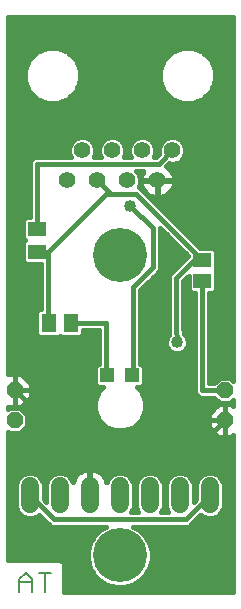
<source format=gbl>
G75*
%MOIN*%
%OFA0B0*%
%FSLAX24Y24*%
%IPPOS*%
%LPD*%
%AMOC8*
5,1,8,0,0,1.08239X$1,22.5*
%
%ADD10C,0.0060*%
%ADD11R,0.0591X0.0512*%
%ADD12R,0.0512X0.0630*%
%ADD13R,0.0472X0.0472*%
%ADD14C,0.0554*%
%ADD15R,0.0630X0.0512*%
%ADD16OC8,0.0520*%
%ADD17C,0.0600*%
%ADD18C,0.0150*%
%ADD19C,0.0160*%
%ADD20C,0.0400*%
%ADD21C,0.1800*%
D10*
X000828Y007288D02*
X000828Y007715D01*
X001042Y007929D01*
X001255Y007715D01*
X001255Y007288D01*
X001255Y007608D02*
X000828Y007608D01*
X001473Y007929D02*
X001900Y007929D01*
X001686Y007929D02*
X001686Y007288D01*
D11*
X006930Y017673D03*
X006930Y018343D03*
D12*
X002554Y016258D03*
X001806Y016258D03*
D13*
X003767Y014508D03*
X004593Y014508D03*
D14*
X004430Y021008D03*
X003430Y021008D03*
X002430Y021008D03*
X002930Y022008D03*
X003930Y022008D03*
X004930Y022008D03*
X005930Y022008D03*
X005430Y021008D03*
D15*
X001430Y019382D03*
X001430Y018634D03*
D16*
X000680Y014008D03*
X000680Y013008D03*
X007680Y013008D03*
X007680Y014008D03*
D17*
X007180Y010808D02*
X007180Y010208D01*
X006180Y010208D02*
X006180Y010808D01*
X005180Y010808D02*
X005180Y010208D01*
X004180Y010208D02*
X004180Y010808D01*
X003180Y010808D02*
X003180Y010208D01*
X002180Y010208D02*
X002180Y010808D01*
X001180Y010808D02*
X001180Y010208D01*
D18*
X001180Y010508D02*
X001980Y009708D01*
X006380Y009708D01*
X007180Y010508D01*
X006230Y011558D02*
X003230Y011558D01*
X003180Y011508D01*
X003180Y010508D01*
X003180Y011508D02*
X000680Y014008D01*
X001780Y016258D02*
X001806Y016258D01*
X001780Y016258D02*
X001780Y018608D01*
X003730Y020558D01*
X003780Y020558D01*
X003830Y020608D01*
X003880Y020558D01*
X004730Y020558D01*
X006930Y018358D01*
X006930Y018343D01*
X006830Y018358D01*
X006930Y017673D02*
X006930Y017658D01*
X006930Y014008D01*
X007680Y014008D01*
X007680Y013008D02*
X006230Y011558D01*
X004630Y014508D02*
X004593Y014508D01*
X004630Y014508D02*
X004630Y017458D01*
X005280Y018108D01*
X005280Y019408D01*
X004530Y020158D01*
X003830Y020608D02*
X003430Y021008D01*
X001430Y021558D02*
X001430Y019408D01*
X001430Y019382D01*
X001430Y018634D02*
X001430Y018608D01*
X001780Y018608D01*
X002554Y016258D02*
X002580Y016258D01*
X003730Y016258D01*
X003730Y014508D01*
X003767Y014508D01*
X005480Y021558D02*
X001430Y021558D01*
X005480Y021558D02*
X005930Y022008D01*
D19*
X006063Y021590D02*
X007961Y021590D01*
X007961Y021432D02*
X005794Y021432D01*
X005793Y021433D02*
X005732Y021478D01*
X005830Y021576D01*
X005843Y021571D01*
X006017Y021571D01*
X006178Y021638D01*
X006301Y021761D01*
X006367Y021921D01*
X006367Y022095D01*
X006301Y022256D01*
X006178Y022379D01*
X006017Y022445D01*
X005843Y022445D01*
X005682Y022379D01*
X005559Y022256D01*
X005493Y022095D01*
X005493Y021921D01*
X005498Y021909D01*
X005383Y021793D01*
X005314Y021793D01*
X005367Y021921D01*
X005367Y022095D01*
X005301Y022256D01*
X005178Y022379D01*
X005017Y022445D01*
X004843Y022445D01*
X004682Y022379D01*
X004559Y022256D01*
X004493Y022095D01*
X004493Y021921D01*
X004546Y021793D01*
X004314Y021793D01*
X004367Y021921D01*
X004367Y022095D01*
X004301Y022256D01*
X004178Y022379D01*
X004017Y022445D01*
X003843Y022445D01*
X003682Y022379D01*
X003559Y022256D01*
X003493Y022095D01*
X003493Y021921D01*
X003546Y021793D01*
X003314Y021793D01*
X003367Y021921D01*
X003367Y022095D01*
X003301Y022256D01*
X003178Y022379D01*
X003017Y022445D01*
X002843Y022445D01*
X002682Y022379D01*
X002559Y022256D01*
X002493Y022095D01*
X002493Y021921D01*
X002546Y021793D01*
X001333Y021793D01*
X001195Y021655D01*
X001195Y019798D01*
X001049Y019798D01*
X000955Y019704D01*
X000955Y019060D01*
X001007Y019008D01*
X000955Y018956D01*
X000955Y018312D01*
X001049Y018218D01*
X001545Y018218D01*
X001545Y016733D01*
X001484Y016733D01*
X001390Y016639D01*
X001390Y015877D01*
X001484Y015783D01*
X002128Y015783D01*
X002180Y015835D01*
X002232Y015783D01*
X002876Y015783D01*
X002970Y015877D01*
X002970Y016023D01*
X003495Y016023D01*
X003495Y014904D01*
X003464Y014904D01*
X003370Y014811D01*
X003370Y014206D01*
X003464Y014112D01*
X003608Y014112D01*
X003475Y013979D01*
X003349Y013673D01*
X003349Y013343D01*
X003475Y013037D01*
X003709Y012803D01*
X004015Y012677D01*
X004345Y012677D01*
X004651Y012803D01*
X004885Y013037D01*
X005011Y013343D01*
X005011Y013673D01*
X004885Y013979D01*
X004752Y014112D01*
X004896Y014112D01*
X004990Y014206D01*
X004990Y014811D01*
X004896Y014904D01*
X004865Y014904D01*
X004865Y017361D01*
X005377Y017873D01*
X005515Y018011D01*
X005515Y019441D01*
X006457Y018499D01*
X005919Y017962D01*
X005852Y017894D01*
X005815Y017806D01*
X005815Y016175D01*
X005813Y016169D01*
X005815Y016127D01*
X005815Y016085D01*
X005817Y016080D01*
X005828Y015865D01*
X005775Y015812D01*
X005720Y015680D01*
X005720Y015537D01*
X005775Y015404D01*
X005876Y015303D01*
X006008Y015248D01*
X006152Y015248D01*
X006284Y015303D01*
X006385Y015404D01*
X006440Y015537D01*
X006440Y015680D01*
X006385Y015812D01*
X006307Y015890D01*
X006295Y016139D01*
X006295Y017659D01*
X006475Y017838D01*
X006475Y017351D01*
X006568Y017258D01*
X006695Y017258D01*
X006695Y013911D01*
X006833Y013773D01*
X007321Y013773D01*
X007506Y013588D01*
X007854Y013588D01*
X007961Y013695D01*
X007961Y013491D01*
X007904Y013548D01*
X007680Y013548D01*
X007456Y013548D01*
X007140Y013232D01*
X007140Y013008D01*
X007140Y012784D01*
X007456Y012468D01*
X007680Y012468D01*
X007680Y013008D01*
X007680Y012468D01*
X007904Y012468D01*
X007961Y012525D01*
X007961Y007288D01*
X002323Y007288D01*
X002323Y008202D01*
X002321Y008223D01*
X002315Y008243D01*
X002307Y008262D01*
X002297Y008281D01*
X002284Y008297D01*
X002269Y008312D01*
X002252Y008325D01*
X002234Y008335D01*
X002215Y008343D01*
X002195Y008349D01*
X002174Y008351D01*
X000460Y008351D01*
X000460Y012634D01*
X000506Y012588D01*
X000854Y012588D01*
X001100Y012834D01*
X001100Y013182D01*
X000854Y013428D01*
X000506Y013428D01*
X000460Y013382D01*
X000460Y013468D01*
X000680Y013468D01*
X000680Y014008D01*
X000680Y013468D01*
X000904Y013468D01*
X001220Y013784D01*
X001220Y014008D01*
X000680Y014008D01*
X000680Y014008D01*
X000680Y014008D01*
X001220Y014008D01*
X001220Y014232D01*
X000904Y014548D01*
X000680Y014548D01*
X000460Y014548D01*
X000460Y026464D01*
X007961Y026464D01*
X007961Y014321D01*
X007854Y014428D01*
X007506Y014428D01*
X007321Y014243D01*
X007165Y014243D01*
X007165Y017258D01*
X007292Y017258D01*
X007385Y017351D01*
X007385Y017996D01*
X007373Y018008D01*
X007385Y018021D01*
X007385Y018665D01*
X007292Y018759D01*
X006862Y018759D01*
X004965Y020655D01*
X004827Y020793D01*
X004814Y020793D01*
X004867Y020921D01*
X004867Y021095D01*
X004801Y021256D01*
X004733Y021323D01*
X004970Y021323D01*
X004953Y021300D01*
X004914Y021222D01*
X004887Y021139D01*
X004873Y021052D01*
X004873Y021017D01*
X005421Y021017D01*
X005421Y021000D01*
X004873Y021000D01*
X004873Y020964D01*
X004887Y020878D01*
X004914Y020794D01*
X004953Y020716D01*
X005005Y020645D01*
X005067Y020583D01*
X005138Y020532D01*
X005216Y020492D01*
X005300Y020465D01*
X005386Y020451D01*
X005421Y020451D01*
X005421Y021000D01*
X005439Y021000D01*
X005439Y021017D01*
X005987Y021017D01*
X005987Y021052D01*
X005973Y021139D01*
X005946Y021222D01*
X005907Y021300D01*
X005855Y021371D01*
X005793Y021433D01*
X005920Y021273D02*
X007961Y021273D01*
X007961Y021115D02*
X005977Y021115D01*
X005987Y021000D02*
X005439Y021000D01*
X005439Y020451D01*
X005474Y020451D01*
X005560Y020465D01*
X005644Y020492D01*
X005722Y020532D01*
X005793Y020583D01*
X005855Y020645D01*
X005907Y020716D01*
X005946Y020794D01*
X005973Y020878D01*
X005987Y020964D01*
X005987Y021000D01*
X005986Y020956D02*
X007961Y020956D01*
X007961Y020798D02*
X005947Y020798D01*
X005849Y020639D02*
X007961Y020639D01*
X007961Y020481D02*
X005610Y020481D01*
X005439Y020481D02*
X005421Y020481D01*
X005421Y020639D02*
X005439Y020639D01*
X005439Y020798D02*
X005421Y020798D01*
X005421Y020956D02*
X005439Y020956D01*
X004913Y020798D02*
X004816Y020798D01*
X004867Y020956D02*
X004874Y020956D01*
X004859Y021115D02*
X004883Y021115D01*
X004940Y021273D02*
X004783Y021273D01*
X004499Y021907D02*
X004361Y021907D01*
X004367Y022066D02*
X004493Y022066D01*
X004546Y022224D02*
X004314Y022224D01*
X004168Y022383D02*
X004692Y022383D01*
X005168Y022383D02*
X005692Y022383D01*
X005546Y022224D02*
X005314Y022224D01*
X005367Y022066D02*
X005493Y022066D01*
X005497Y021907D02*
X005361Y021907D01*
X006168Y022383D02*
X007961Y022383D01*
X007961Y022541D02*
X000460Y022541D01*
X000460Y022383D02*
X002692Y022383D01*
X002546Y022224D02*
X000460Y022224D01*
X000460Y022066D02*
X002493Y022066D01*
X002499Y021907D02*
X000460Y021907D01*
X000460Y021749D02*
X001288Y021749D01*
X001195Y021590D02*
X000460Y021590D01*
X000460Y021432D02*
X001195Y021432D01*
X001195Y021273D02*
X000460Y021273D01*
X000460Y021115D02*
X001195Y021115D01*
X001195Y020956D02*
X000460Y020956D01*
X000460Y020798D02*
X001195Y020798D01*
X001195Y020639D02*
X000460Y020639D01*
X000460Y020481D02*
X001195Y020481D01*
X001195Y020322D02*
X000460Y020322D01*
X000460Y020164D02*
X001195Y020164D01*
X001195Y020005D02*
X000460Y020005D01*
X000460Y019847D02*
X001195Y019847D01*
X000955Y019688D02*
X000460Y019688D01*
X000460Y019530D02*
X000955Y019530D01*
X000955Y019371D02*
X000460Y019371D01*
X000460Y019213D02*
X000955Y019213D01*
X000961Y019054D02*
X000460Y019054D01*
X000460Y018896D02*
X000955Y018896D01*
X000955Y018737D02*
X000460Y018737D01*
X000460Y018579D02*
X000955Y018579D01*
X000955Y018420D02*
X000460Y018420D01*
X000460Y018262D02*
X001005Y018262D01*
X001545Y018103D02*
X000460Y018103D01*
X000460Y017945D02*
X001545Y017945D01*
X001545Y017786D02*
X000460Y017786D01*
X000460Y017628D02*
X001545Y017628D01*
X001545Y017469D02*
X000460Y017469D01*
X000460Y017311D02*
X001545Y017311D01*
X001545Y017152D02*
X000460Y017152D01*
X000460Y016994D02*
X001545Y016994D01*
X001545Y016835D02*
X000460Y016835D01*
X000460Y016677D02*
X001427Y016677D01*
X001390Y016518D02*
X000460Y016518D01*
X000460Y016360D02*
X001390Y016360D01*
X001390Y016201D02*
X000460Y016201D01*
X000460Y016043D02*
X001390Y016043D01*
X001390Y015884D02*
X000460Y015884D01*
X000460Y015726D02*
X003495Y015726D01*
X003495Y015884D02*
X002970Y015884D01*
X003495Y015567D02*
X000460Y015567D01*
X000460Y015409D02*
X003495Y015409D01*
X003495Y015250D02*
X000460Y015250D01*
X000460Y015092D02*
X003495Y015092D01*
X003495Y014933D02*
X000460Y014933D01*
X000460Y014775D02*
X003370Y014775D01*
X003370Y014616D02*
X000460Y014616D01*
X000680Y014548D02*
X000680Y014008D01*
X000680Y014008D01*
X000680Y014548D01*
X000680Y014458D02*
X000680Y014458D01*
X000680Y014299D02*
X000680Y014299D01*
X000680Y014141D02*
X000680Y014141D01*
X000680Y013982D02*
X000680Y013982D01*
X000680Y013824D02*
X000680Y013824D01*
X000680Y013665D02*
X000680Y013665D01*
X000680Y013507D02*
X000680Y013507D01*
X000942Y013507D02*
X003349Y013507D01*
X003349Y013665D02*
X001101Y013665D01*
X001220Y013824D02*
X003411Y013824D01*
X003479Y013982D02*
X001220Y013982D01*
X001220Y014141D02*
X003435Y014141D01*
X003370Y014299D02*
X001153Y014299D01*
X000994Y014458D02*
X003370Y014458D01*
X003349Y013348D02*
X000934Y013348D01*
X001092Y013190D02*
X003412Y013190D01*
X003482Y013031D02*
X001100Y013031D01*
X001100Y012873D02*
X003640Y012873D01*
X003925Y012714D02*
X000980Y012714D01*
X000460Y012556D02*
X007369Y012556D01*
X007210Y012714D02*
X004435Y012714D01*
X004720Y012873D02*
X007140Y012873D01*
X007140Y013008D02*
X007680Y013008D01*
X007680Y013008D01*
X007680Y013008D01*
X007140Y013008D01*
X007140Y013031D02*
X004878Y013031D01*
X004948Y013190D02*
X007140Y013190D01*
X007256Y013348D02*
X005011Y013348D01*
X005011Y013507D02*
X007415Y013507D01*
X007429Y013665D02*
X005011Y013665D01*
X004949Y013824D02*
X006782Y013824D01*
X006695Y013982D02*
X004881Y013982D01*
X004925Y014141D02*
X006695Y014141D01*
X006695Y014299D02*
X004990Y014299D01*
X004990Y014458D02*
X006695Y014458D01*
X006695Y014616D02*
X004990Y014616D01*
X004990Y014775D02*
X006695Y014775D01*
X006695Y014933D02*
X004865Y014933D01*
X004865Y015092D02*
X006695Y015092D01*
X006695Y015250D02*
X006156Y015250D01*
X006004Y015250D02*
X004865Y015250D01*
X004865Y015409D02*
X005773Y015409D01*
X005720Y015567D02*
X004865Y015567D01*
X004865Y015726D02*
X005739Y015726D01*
X005827Y015884D02*
X004865Y015884D01*
X004865Y016043D02*
X005819Y016043D01*
X005815Y016201D02*
X004865Y016201D01*
X004865Y016360D02*
X005815Y016360D01*
X005815Y016518D02*
X004865Y016518D01*
X004865Y016677D02*
X005815Y016677D01*
X005815Y016835D02*
X004865Y016835D01*
X004865Y016994D02*
X005815Y016994D01*
X005815Y017152D02*
X004865Y017152D01*
X004865Y017311D02*
X005815Y017311D01*
X005815Y017469D02*
X004973Y017469D01*
X005132Y017628D02*
X005815Y017628D01*
X005815Y017786D02*
X005290Y017786D01*
X005449Y017945D02*
X005902Y017945D01*
X006061Y018103D02*
X005515Y018103D01*
X005515Y018262D02*
X006219Y018262D01*
X006378Y018420D02*
X005515Y018420D01*
X005515Y018579D02*
X006377Y018579D01*
X006219Y018737D02*
X005515Y018737D01*
X005515Y018896D02*
X006060Y018896D01*
X005902Y019054D02*
X005515Y019054D01*
X005515Y019213D02*
X005743Y019213D01*
X005585Y019371D02*
X005515Y019371D01*
X005932Y019688D02*
X007961Y019688D01*
X007961Y019530D02*
X006091Y019530D01*
X006249Y019371D02*
X007961Y019371D01*
X007961Y019213D02*
X006408Y019213D01*
X006566Y019054D02*
X007961Y019054D01*
X007961Y018896D02*
X006725Y018896D01*
X006655Y018358D02*
X006055Y017758D01*
X006055Y016133D01*
X006080Y015608D01*
X006421Y015726D02*
X006695Y015726D01*
X006695Y015884D02*
X006313Y015884D01*
X006300Y016043D02*
X006695Y016043D01*
X006695Y016201D02*
X006295Y016201D01*
X006295Y016360D02*
X006695Y016360D01*
X006695Y016518D02*
X006295Y016518D01*
X006295Y016677D02*
X006695Y016677D01*
X006695Y016835D02*
X006295Y016835D01*
X006295Y016994D02*
X006695Y016994D01*
X006695Y017152D02*
X006295Y017152D01*
X006295Y017311D02*
X006515Y017311D01*
X006475Y017469D02*
X006295Y017469D01*
X006295Y017628D02*
X006475Y017628D01*
X006475Y017786D02*
X006422Y017786D01*
X006655Y018358D02*
X006830Y018358D01*
X007385Y018420D02*
X007961Y018420D01*
X007961Y018262D02*
X007385Y018262D01*
X007385Y018103D02*
X007961Y018103D01*
X007961Y017945D02*
X007385Y017945D01*
X007385Y017786D02*
X007961Y017786D01*
X007961Y017628D02*
X007385Y017628D01*
X007385Y017469D02*
X007961Y017469D01*
X007961Y017311D02*
X007345Y017311D01*
X007165Y017152D02*
X007961Y017152D01*
X007961Y016994D02*
X007165Y016994D01*
X007165Y016835D02*
X007961Y016835D01*
X007961Y016677D02*
X007165Y016677D01*
X007165Y016518D02*
X007961Y016518D01*
X007961Y016360D02*
X007165Y016360D01*
X007165Y016201D02*
X007961Y016201D01*
X007961Y016043D02*
X007165Y016043D01*
X007165Y015884D02*
X007961Y015884D01*
X007961Y015726D02*
X007165Y015726D01*
X007165Y015567D02*
X007961Y015567D01*
X007961Y015409D02*
X007165Y015409D01*
X007165Y015250D02*
X007961Y015250D01*
X007961Y015092D02*
X007165Y015092D01*
X007165Y014933D02*
X007961Y014933D01*
X007961Y014775D02*
X007165Y014775D01*
X007165Y014616D02*
X007961Y014616D01*
X007961Y014458D02*
X007165Y014458D01*
X007165Y014299D02*
X007377Y014299D01*
X007680Y013548D02*
X007680Y013008D01*
X007680Y013008D01*
X007680Y013548D01*
X007680Y013507D02*
X007680Y013507D01*
X007680Y013348D02*
X007680Y013348D01*
X007680Y013190D02*
X007680Y013190D01*
X007680Y013031D02*
X007680Y013031D01*
X007680Y012873D02*
X007680Y012873D01*
X007680Y012714D02*
X007680Y012714D01*
X007680Y012556D02*
X007680Y012556D01*
X007961Y012397D02*
X000460Y012397D01*
X000460Y012239D02*
X007961Y012239D01*
X007961Y012080D02*
X000460Y012080D01*
X000460Y011922D02*
X007961Y011922D01*
X007961Y011763D02*
X000460Y011763D01*
X000460Y011605D02*
X007961Y011605D01*
X007961Y011446D02*
X000460Y011446D01*
X000460Y011288D02*
X002853Y011288D01*
X002876Y011304D02*
X002802Y011251D01*
X002738Y011186D01*
X002684Y011112D01*
X002642Y011031D01*
X002618Y010954D01*
X002570Y011069D01*
X002441Y011198D01*
X002271Y011268D01*
X002088Y011268D01*
X001919Y011198D01*
X001790Y011069D01*
X001720Y010900D01*
X001720Y010300D01*
X001640Y010380D01*
X001640Y010900D01*
X001570Y011069D01*
X001441Y011198D01*
X001271Y011268D01*
X001088Y011268D01*
X000919Y011198D01*
X000790Y011069D01*
X000720Y010900D01*
X000720Y010117D01*
X000790Y009948D01*
X000919Y009818D01*
X001088Y009748D01*
X001271Y009748D01*
X001441Y009818D01*
X001489Y009867D01*
X001883Y009473D01*
X003731Y009473D01*
X003529Y009356D01*
X003332Y009159D01*
X003192Y008917D01*
X003120Y008648D01*
X003120Y008369D01*
X003192Y008099D01*
X003332Y007857D01*
X003529Y007660D01*
X003771Y007520D01*
X004040Y007448D01*
X004320Y007448D01*
X004589Y007520D01*
X004831Y007660D01*
X005028Y007857D01*
X005168Y008099D01*
X005240Y008369D01*
X005240Y008648D01*
X005168Y008917D01*
X005028Y009159D01*
X004831Y009356D01*
X004629Y009473D01*
X006477Y009473D01*
X006615Y009611D01*
X006871Y009867D01*
X006919Y009818D01*
X007088Y009748D01*
X007271Y009748D01*
X007441Y009818D01*
X007570Y009948D01*
X007640Y010117D01*
X007640Y010900D01*
X007570Y011069D01*
X007441Y011198D01*
X007271Y011268D01*
X007088Y011268D01*
X006919Y011198D01*
X006790Y011069D01*
X006720Y010900D01*
X006720Y010380D01*
X006640Y010300D01*
X006640Y010900D01*
X006570Y011069D01*
X006441Y011198D01*
X006271Y011268D01*
X006088Y011268D01*
X005919Y011198D01*
X005790Y011069D01*
X005720Y010900D01*
X005720Y010117D01*
X005790Y009948D01*
X005794Y009943D01*
X005566Y009943D01*
X005570Y009948D01*
X005640Y010117D01*
X005640Y010900D01*
X005570Y011069D01*
X005441Y011198D01*
X005271Y011268D01*
X005088Y011268D01*
X004919Y011198D01*
X004790Y011069D01*
X004720Y010900D01*
X004720Y010117D01*
X004790Y009948D01*
X004794Y009943D01*
X004566Y009943D01*
X004570Y009948D01*
X004640Y010117D01*
X004640Y010900D01*
X004570Y011069D01*
X004441Y011198D01*
X004271Y011268D01*
X004088Y011268D01*
X003919Y011198D01*
X003790Y011069D01*
X003742Y010954D01*
X003718Y011031D01*
X003676Y011112D01*
X003622Y011186D01*
X003558Y011251D01*
X003484Y011304D01*
X003403Y011346D01*
X003316Y011374D01*
X003226Y011388D01*
X003200Y011388D01*
X003200Y010528D01*
X003160Y010528D01*
X003160Y011388D01*
X003134Y011388D01*
X003044Y011374D01*
X002957Y011346D01*
X002876Y011304D01*
X002696Y011129D02*
X002510Y011129D01*
X002611Y010971D02*
X002623Y010971D01*
X003160Y010971D02*
X003200Y010971D01*
X003200Y011129D02*
X003160Y011129D01*
X003160Y011288D02*
X003200Y011288D01*
X003507Y011288D02*
X007961Y011288D01*
X007961Y011129D02*
X007510Y011129D01*
X007611Y010971D02*
X007961Y010971D01*
X007961Y010812D02*
X007640Y010812D01*
X007640Y010654D02*
X007961Y010654D01*
X007961Y010495D02*
X007640Y010495D01*
X007640Y010337D02*
X007961Y010337D01*
X007961Y010178D02*
X007640Y010178D01*
X007600Y010020D02*
X007961Y010020D01*
X007961Y009861D02*
X007484Y009861D01*
X007961Y009703D02*
X006707Y009703D01*
X006865Y009861D02*
X006876Y009861D01*
X006548Y009544D02*
X007961Y009544D01*
X007961Y009386D02*
X004780Y009386D01*
X004960Y009227D02*
X007961Y009227D01*
X007961Y009069D02*
X005080Y009069D01*
X005170Y008910D02*
X007961Y008910D01*
X007961Y008752D02*
X005212Y008752D01*
X005240Y008593D02*
X007961Y008593D01*
X007961Y008435D02*
X005240Y008435D01*
X005215Y008276D02*
X007961Y008276D01*
X007961Y008118D02*
X005173Y008118D01*
X005087Y007959D02*
X007961Y007959D01*
X007961Y007801D02*
X004972Y007801D01*
X004800Y007642D02*
X007961Y007642D01*
X007961Y007484D02*
X004452Y007484D01*
X003908Y007484D02*
X002323Y007484D01*
X002323Y007642D02*
X003560Y007642D01*
X003388Y007801D02*
X002323Y007801D01*
X002323Y007959D02*
X003273Y007959D01*
X003187Y008118D02*
X002323Y008118D01*
X002299Y008276D02*
X003145Y008276D01*
X003120Y008435D02*
X000460Y008435D01*
X000460Y008593D02*
X003120Y008593D01*
X003148Y008752D02*
X000460Y008752D01*
X000460Y008910D02*
X003190Y008910D01*
X003280Y009069D02*
X000460Y009069D01*
X000460Y009227D02*
X003400Y009227D01*
X003580Y009386D02*
X000460Y009386D01*
X000460Y009544D02*
X001812Y009544D01*
X001653Y009703D02*
X000460Y009703D01*
X000460Y009861D02*
X000876Y009861D01*
X000760Y010020D02*
X000460Y010020D01*
X000460Y010178D02*
X000720Y010178D01*
X000720Y010337D02*
X000460Y010337D01*
X000460Y010495D02*
X000720Y010495D01*
X000720Y010654D02*
X000460Y010654D01*
X000460Y010812D02*
X000720Y010812D01*
X000749Y010971D02*
X000460Y010971D01*
X000460Y011129D02*
X000850Y011129D01*
X001510Y011129D02*
X001850Y011129D01*
X001749Y010971D02*
X001611Y010971D01*
X001640Y010812D02*
X001720Y010812D01*
X001720Y010654D02*
X001640Y010654D01*
X001640Y010495D02*
X001720Y010495D01*
X001720Y010337D02*
X001684Y010337D01*
X001495Y009861D02*
X001484Y009861D01*
X003160Y010654D02*
X003200Y010654D01*
X003200Y010812D02*
X003160Y010812D01*
X003664Y011129D02*
X003850Y011129D01*
X003749Y010971D02*
X003737Y010971D01*
X004510Y011129D02*
X004850Y011129D01*
X004749Y010971D02*
X004611Y010971D01*
X004640Y010812D02*
X004720Y010812D01*
X004720Y010654D02*
X004640Y010654D01*
X004640Y010495D02*
X004720Y010495D01*
X004720Y010337D02*
X004640Y010337D01*
X004640Y010178D02*
X004720Y010178D01*
X004760Y010020D02*
X004600Y010020D01*
X005600Y010020D02*
X005760Y010020D01*
X005720Y010178D02*
X005640Y010178D01*
X005640Y010337D02*
X005720Y010337D01*
X005720Y010495D02*
X005640Y010495D01*
X005640Y010654D02*
X005720Y010654D01*
X005720Y010812D02*
X005640Y010812D01*
X005611Y010971D02*
X005749Y010971D01*
X005850Y011129D02*
X005510Y011129D01*
X006510Y011129D02*
X006850Y011129D01*
X006749Y010971D02*
X006611Y010971D01*
X006640Y010812D02*
X006720Y010812D01*
X006720Y010654D02*
X006640Y010654D01*
X006640Y010495D02*
X006720Y010495D01*
X006676Y010337D02*
X006640Y010337D01*
X007961Y007325D02*
X002323Y007325D01*
X007945Y013507D02*
X007961Y013507D01*
X007961Y013665D02*
X007931Y013665D01*
X006695Y015409D02*
X006387Y015409D01*
X006440Y015567D02*
X006695Y015567D01*
X007385Y018579D02*
X007961Y018579D01*
X007961Y018737D02*
X007313Y018737D01*
X007961Y019847D02*
X005774Y019847D01*
X005615Y020005D02*
X007961Y020005D01*
X007961Y020164D02*
X005457Y020164D01*
X005298Y020322D02*
X007961Y020322D01*
X007961Y021749D02*
X006289Y021749D01*
X006361Y021907D02*
X007961Y021907D01*
X007961Y022066D02*
X006367Y022066D01*
X006314Y022224D02*
X007961Y022224D01*
X007961Y022700D02*
X000460Y022700D01*
X000460Y022858D02*
X007961Y022858D01*
X007961Y023017D02*
X000460Y023017D01*
X000460Y023175D02*
X007961Y023175D01*
X007961Y023334D02*
X000460Y023334D01*
X000460Y023492D02*
X007961Y023492D01*
X007961Y023651D02*
X006764Y023651D01*
X006613Y023588D02*
X006951Y023728D01*
X007210Y023987D01*
X007350Y024325D01*
X007350Y024691D01*
X007210Y025029D01*
X006951Y025288D01*
X006613Y025428D01*
X006247Y025428D01*
X005909Y025288D01*
X005650Y025029D01*
X005510Y024691D01*
X005510Y024325D01*
X005650Y023987D01*
X005909Y023728D01*
X006247Y023588D01*
X006613Y023588D01*
X006096Y023651D02*
X002264Y023651D01*
X002113Y023588D02*
X002451Y023728D01*
X002710Y023987D01*
X002850Y024325D01*
X002850Y024691D01*
X002710Y025029D01*
X002451Y025288D01*
X002113Y025428D01*
X001747Y025428D01*
X001409Y025288D01*
X001150Y025029D01*
X001010Y024691D01*
X001010Y024325D01*
X001150Y023987D01*
X001409Y023728D01*
X001747Y023588D01*
X002113Y023588D01*
X001596Y023651D02*
X000460Y023651D01*
X000460Y023809D02*
X001328Y023809D01*
X001169Y023968D02*
X000460Y023968D01*
X000460Y024126D02*
X001092Y024126D01*
X001027Y024285D02*
X000460Y024285D01*
X000460Y024443D02*
X001010Y024443D01*
X001010Y024602D02*
X000460Y024602D01*
X000460Y024760D02*
X001039Y024760D01*
X001104Y024919D02*
X000460Y024919D01*
X000460Y025077D02*
X001198Y025077D01*
X001356Y025236D02*
X000460Y025236D01*
X000460Y025394D02*
X001665Y025394D01*
X002195Y025394D02*
X006165Y025394D01*
X005856Y025236D02*
X002504Y025236D01*
X002662Y025077D02*
X005698Y025077D01*
X005604Y024919D02*
X002756Y024919D01*
X002821Y024760D02*
X005539Y024760D01*
X005510Y024602D02*
X002850Y024602D01*
X002850Y024443D02*
X005510Y024443D01*
X005527Y024285D02*
X002833Y024285D01*
X002768Y024126D02*
X005592Y024126D01*
X005669Y023968D02*
X002691Y023968D01*
X002532Y023809D02*
X005828Y023809D01*
X007032Y023809D02*
X007961Y023809D01*
X007961Y023968D02*
X007191Y023968D01*
X007268Y024126D02*
X007961Y024126D01*
X007961Y024285D02*
X007333Y024285D01*
X007350Y024443D02*
X007961Y024443D01*
X007961Y024602D02*
X007350Y024602D01*
X007321Y024760D02*
X007961Y024760D01*
X007961Y024919D02*
X007256Y024919D01*
X007162Y025077D02*
X007961Y025077D01*
X007961Y025236D02*
X007004Y025236D01*
X006695Y025394D02*
X007961Y025394D01*
X007961Y025553D02*
X000460Y025553D01*
X000460Y025711D02*
X007961Y025711D01*
X007961Y025870D02*
X000460Y025870D01*
X000460Y026028D02*
X007961Y026028D01*
X007961Y026187D02*
X000460Y026187D01*
X000460Y026345D02*
X007961Y026345D01*
X003692Y022383D02*
X003168Y022383D01*
X003314Y022224D02*
X003546Y022224D01*
X003493Y022066D02*
X003367Y022066D01*
X003361Y021907D02*
X003499Y021907D01*
X004981Y020639D02*
X005011Y020639D01*
X005140Y020481D02*
X005250Y020481D01*
D20*
X004530Y020158D03*
X006080Y015608D03*
D21*
X004180Y018508D03*
X004180Y008508D03*
M02*

</source>
